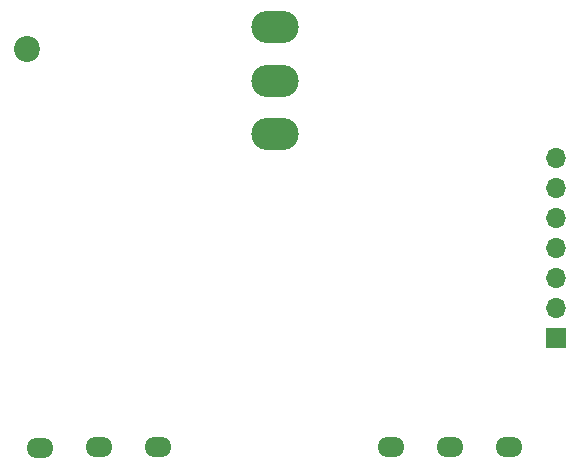
<source format=gts>
G04 #@! TF.GenerationSoftware,KiCad,Pcbnew,(6.0.11)*
G04 #@! TF.CreationDate,2023-07-08T12:35:04+02:00*
G04 #@! TF.ProjectId,IO Board,494f2042-6f61-4726-942e-6b696361645f,rev?*
G04 #@! TF.SameCoordinates,Original*
G04 #@! TF.FileFunction,Soldermask,Top*
G04 #@! TF.FilePolarity,Negative*
%FSLAX46Y46*%
G04 Gerber Fmt 4.6, Leading zero omitted, Abs format (unit mm)*
G04 Created by KiCad (PCBNEW (6.0.11)) date 2023-07-08 12:35:04*
%MOMM*%
%LPD*%
G01*
G04 APERTURE LIST*
%ADD10C,2.200000*%
%ADD11O,2.300000X1.700000*%
%ADD12O,4.000000X2.750000*%
%ADD13R,1.700000X1.700000*%
%ADD14O,1.700000X1.700000*%
G04 APERTURE END LIST*
D10*
X118219202Y-100970620D03*
D11*
X159041209Y-134686948D03*
X154049520Y-134686948D03*
X149051463Y-134712416D03*
X129345379Y-134715579D03*
X124353690Y-134715579D03*
X119355633Y-134741047D03*
D12*
X139209679Y-108155040D03*
X139209679Y-103655040D03*
X139209679Y-99155040D03*
D13*
X163017200Y-125425200D03*
D14*
X163017200Y-122885200D03*
X163017200Y-120345200D03*
X163017200Y-117805200D03*
X163017200Y-115265200D03*
X163017200Y-112725200D03*
X163017200Y-110185200D03*
M02*

</source>
